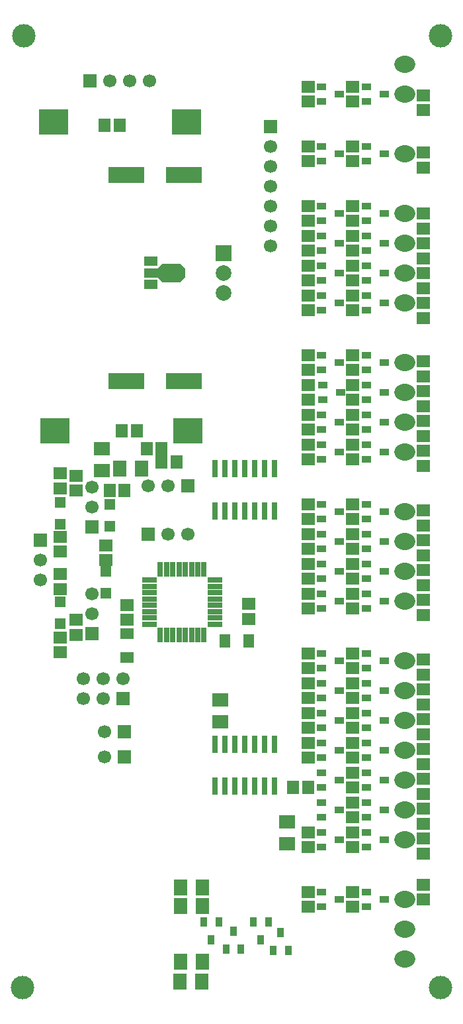
<source format=gbr>
G04 DipTrace 3.3.1.3*
G04 BottomMask.gbr*
%MOIN*%
G04 #@! TF.FileFunction,Soldermask,Bot*
G04 #@! TF.Part,Single*
%AMOUTLINE1*
4,1,10,
-0.104331,0.023622,
-0.035095,0.023622,
-0.011473,0.047244,
0.078402,0.047244,
0.104331,0.021316,
0.104331,-0.021316,
0.078402,-0.047244,
-0.011473,-0.047244,
-0.035095,-0.023622,
-0.104331,-0.023622,
-0.104331,0.023622,
0*%
%AMOUTLINE4*
4,1,20,
0.0,0.043339,
0.016215,0.041284,
0.030941,0.035282,
0.042783,0.025807,
0.050522,0.013657,
0.053226,0.0,
0.050522,-0.013657,
0.042783,-0.025807,
0.030941,-0.035282,
0.016215,-0.041284,
0.0,-0.043339,
-0.016215,-0.041284,
-0.030941,-0.035282,
-0.042783,-0.025807,
-0.050522,-0.013657,
-0.053226,0.0,
-0.050522,0.013657,
-0.042783,0.025807,
-0.030941,0.035282,
-0.016215,0.041284,
0.0,0.043339,
0*%
%ADD44C,0.11811*%
%ADD50C,0.07874*%
%ADD52R,0.07874X0.07874*%
%ADD54R,0.066929X0.047244*%
%ADD56R,0.145669X0.125984*%
%ADD58R,0.031496X0.086614*%
%ADD60R,0.027559X0.074803*%
%ADD62R,0.074803X0.027559*%
%ADD64R,0.07874X0.070866*%
%ADD66R,0.070866X0.07874*%
%ADD68R,0.049213X0.033465*%
%ADD70R,0.033465X0.049213*%
%ADD72R,0.070866X0.055118*%
%ADD74R,0.055118X0.070866*%
%ADD76C,0.066929*%
%ADD78R,0.066929X0.066929*%
%ADD80R,0.055118X0.055118*%
%ADD82R,0.059055X0.066929*%
%ADD84R,0.181102X0.07874*%
%ADD86R,0.066929X0.059055*%
%ADD92OUTLINE1*%
%ADD95OUTLINE4*%
%FSLAX26Y26*%
G04*
G70*
G90*
G75*
G01*
G04 BotMask*
%LPD*%
D86*
X1637451Y2356201D3*
Y2431004D3*
X1024951Y2424950D3*
Y2350147D3*
D84*
X1312449Y4587450D3*
X1021110D3*
D82*
X912451Y4837451D3*
X987255D3*
X999953Y3299950D3*
X1074756D3*
D84*
X1312449Y3549951D3*
X1021110D3*
D86*
X687451Y2693701D3*
Y2768504D3*
Y2581201D3*
Y2506398D3*
X768701Y2349950D3*
Y2275147D3*
Y3074950D3*
Y3000147D3*
D82*
X1274951Y3143701D3*
X1200148D3*
D80*
X687451Y2942668D3*
Y2832432D3*
Y2332235D3*
Y2442471D3*
X937451Y2931201D3*
Y2820965D3*
X918702Y2593701D3*
Y2483465D3*
D44*
X506202Y5287450D3*
X499951Y499950D3*
X2606202Y5287450D3*
Y499951D3*
D78*
X1749951Y4831201D3*
D76*
Y4731201D3*
Y4631201D3*
Y4531201D3*
Y4431201D3*
Y4331201D3*
Y4231201D3*
D78*
X1006202Y1956201D3*
D76*
Y2056201D3*
X906202Y1956201D3*
Y2056201D3*
X806202Y1956201D3*
Y2056201D3*
D78*
X837450Y5062450D3*
D76*
X937450D3*
X1037450D3*
X1137450D3*
D78*
X587453Y2749953D3*
D76*
Y2649953D3*
Y2549953D3*
D78*
X1012451Y1787450D3*
D76*
X912451D3*
D78*
X1012451Y1662450D3*
D76*
X912451D3*
D74*
X1637451Y2243701D3*
X1519341D3*
D72*
X1024951Y2281201D3*
Y2163091D3*
D70*
X1599953Y693702D3*
X1525150D3*
X1562551Y784253D3*
X1662453Y831201D3*
X1737256D3*
X1699854Y740650D3*
X1412453Y831201D3*
X1487256D3*
X1449854Y740650D3*
X1837451Y687450D3*
X1762648D3*
X1800050Y778001D3*
D68*
X2231201Y907235D3*
Y982038D3*
X2321752Y944636D3*
X2006201Y907235D3*
Y982038D3*
X2096752Y944636D3*
X2231201Y1357234D3*
Y1432037D3*
X2321752Y1394635D3*
X2006201Y1357234D3*
Y1432037D3*
X2096752Y1394635D3*
X2231201Y1207235D3*
Y1282038D3*
X2321752Y1244636D3*
X2006201Y1207235D3*
Y1282038D3*
X2096752Y1244636D3*
X2231201Y1507235D3*
Y1582038D3*
X2321752Y1544636D3*
X2006201Y1507235D3*
Y1582038D3*
X2096752Y1544636D3*
X2231201Y1657234D3*
Y1732037D3*
X2321752Y1694635D3*
X2006201Y1657234D3*
Y1732037D3*
X2096752Y1694635D3*
X2231201Y1807235D3*
Y1882038D3*
X2321752Y1844636D3*
X2006201Y1807235D3*
Y1882038D3*
X2096752Y1844636D3*
X2231201Y1957234D3*
Y2032037D3*
X2321752Y1994635D3*
X2006201Y1957234D3*
Y2032037D3*
X2096752Y1994635D3*
X2231201Y2107235D3*
Y2182038D3*
X2321752Y2144636D3*
X2006201Y2107235D3*
Y2182038D3*
X2096752Y2144636D3*
X2231201Y2407235D3*
Y2482038D3*
X2321752Y2444636D3*
X2006201Y2407235D3*
Y2482038D3*
X2096752Y2444636D3*
X2231201Y2557235D3*
Y2632038D3*
X2321752Y2594636D3*
X2006201Y2557235D3*
Y2632038D3*
X2096752Y2594636D3*
X2231201Y2707235D3*
Y2782038D3*
X2321752Y2744636D3*
X2006201Y2707235D3*
Y2782038D3*
X2096752Y2744636D3*
X2231201Y2857235D3*
Y2932038D3*
X2321752Y2894636D3*
X2006201Y2857235D3*
Y2932038D3*
X2096752Y2894636D3*
X2231201Y3157235D3*
Y3232038D3*
X2321752Y3194636D3*
X2006201Y3157235D3*
Y3232038D3*
X2096752Y3194636D3*
X2231201Y3307235D3*
Y3382038D3*
X2321752Y3344636D3*
X2006201Y3307235D3*
Y3382038D3*
X2096752Y3344636D3*
X2231201Y3457235D3*
Y3532038D3*
X2321752Y3494636D3*
X2012451Y3457235D3*
Y3532038D3*
X2103003Y3494636D3*
X2231201Y3607235D3*
Y3682038D3*
X2321752Y3644636D3*
X2006201Y3607235D3*
Y3682038D3*
X2096752Y3644636D3*
X2231201Y4957235D3*
Y5032038D3*
X2321752Y4994636D3*
X2006201Y4957235D3*
Y5032038D3*
X2096752Y4994636D3*
X2231201Y4657235D3*
Y4732038D3*
X2321752Y4694636D3*
X2006201Y4657235D3*
Y4732038D3*
X2096752Y4694636D3*
X2231201Y4357235D3*
Y4432038D3*
X2321752Y4394636D3*
X2006201Y4357235D3*
Y4432038D3*
X2096752Y4394636D3*
X2231201Y4207235D3*
Y4282038D3*
X2321752Y4244636D3*
X2006201Y4207235D3*
Y4282038D3*
X2096752Y4244636D3*
X2231201Y4057235D3*
Y4132038D3*
X2321752Y4094636D3*
X2006201Y4057235D3*
Y4132038D3*
X2096752Y4094636D3*
X2231201Y3907235D3*
Y3982038D3*
X2321752Y3944636D3*
X2006201Y3907235D3*
Y3982038D3*
X2096752Y3944636D3*
D66*
X1406202Y1006201D3*
X1295966D3*
X1292668Y531201D3*
X1402904D3*
X1294735Y912451D3*
X1404971D3*
X1406202Y631201D3*
X1295966D3*
D86*
X2162451Y982235D3*
Y907432D3*
X2518702Y1019735D3*
Y944932D3*
X1937451Y982235D3*
Y907432D3*
X2162451Y1432235D3*
Y1357432D3*
X2518702Y1325986D3*
Y1400789D3*
D64*
X1831202Y1224950D3*
Y1335186D3*
D86*
X2162451Y1282235D3*
Y1207432D3*
X2518701Y1175986D3*
Y1250789D3*
X1937451Y1282235D3*
Y1207432D3*
X2162451Y1582235D3*
Y1507432D3*
X2518702Y1475986D3*
Y1550789D3*
D82*
X1862451Y1507235D3*
X1937255D3*
D86*
X2162451Y1732235D3*
Y1657432D3*
X2518701Y1625986D3*
Y1700789D3*
X1937451Y1732235D3*
Y1657432D3*
X2162451Y1882235D3*
Y1807432D3*
X2518702Y1775986D3*
Y1850789D3*
X1937451Y1882235D3*
Y1807432D3*
X2162451Y2032235D3*
Y1957432D3*
X2518702Y1925986D3*
Y2000789D3*
X1937451Y2032235D3*
Y1957432D3*
X2162451Y2182235D3*
Y2107432D3*
X2518701Y2075986D3*
Y2150789D3*
X1937451Y2182235D3*
Y2107432D3*
X2162451Y2482234D3*
Y2407430D3*
X2518702Y2375986D3*
Y2450789D3*
X1937451Y2482234D3*
Y2407430D3*
X2162451Y2632235D3*
Y2557432D3*
X2518702Y2525986D3*
Y2600789D3*
X1937451Y2632235D3*
Y2557432D3*
X2162451Y2782234D3*
Y2707430D3*
X2518702Y2675986D3*
Y2750789D3*
X1937451Y2782234D3*
Y2707430D3*
X2162451Y2932235D3*
Y2857432D3*
X2518702Y2825986D3*
Y2900789D3*
X1937451Y2932235D3*
Y2857432D3*
X2162451Y3232235D3*
Y3157432D3*
X2518701Y3125986D3*
Y3200789D3*
X1937451Y3232235D3*
Y3157432D3*
X2162451Y3382234D3*
Y3307430D3*
X2518701Y3275986D3*
Y3350789D3*
X1937451Y3382234D3*
Y3307430D3*
X2162451Y3532235D3*
Y3457432D3*
X2518701Y3425986D3*
Y3500789D3*
X1937451Y3532235D3*
Y3457432D3*
X2162451Y3682038D3*
Y3607235D3*
X2518702Y3575986D3*
Y3650789D3*
X1937451Y3682234D3*
Y3607430D3*
X2162451Y5032235D3*
Y4957432D3*
X2518701Y4913486D3*
Y4988289D3*
X1937451Y5032235D3*
Y4957432D3*
X2162451Y4732235D3*
Y4657432D3*
X2518702Y4625986D3*
Y4700789D3*
X1937451Y4732235D3*
Y4657432D3*
X2162451Y4432235D3*
Y4357432D3*
X2518702Y4319735D3*
Y4394538D3*
X1937451Y4432235D3*
Y4357432D3*
X2162451Y4282235D3*
Y4207432D3*
X2518701Y4169735D3*
Y4244538D3*
X1937451Y4282235D3*
Y4207432D3*
X2162451Y4132235D3*
Y4057432D3*
X2518702Y4019735D3*
Y4094538D3*
X1937451Y4132235D3*
Y4057432D3*
X2162451Y3982235D3*
Y3907432D3*
X2518701Y3869735D3*
Y3944538D3*
X1937451Y3982235D3*
Y3907432D3*
D78*
X1131201Y2781201D3*
D76*
X1231201D3*
X1331201D3*
D78*
X1331202Y3024950D3*
D76*
X1231202D3*
X1131202D3*
D78*
X849951Y2281201D3*
D76*
Y2381201D3*
Y2481201D3*
D78*
Y2818702D3*
D76*
Y2918702D3*
Y3018702D3*
D86*
X687451Y3012451D3*
Y3087255D3*
Y2262451D3*
Y2187648D3*
D82*
X937451Y2999951D3*
X1012255D3*
D86*
X918701Y2649951D3*
Y2724755D3*
D82*
X1124951Y3212450D3*
X1199755D3*
D64*
X1493701Y1837450D3*
Y1947686D3*
D66*
X1099951Y3112451D3*
X989715D3*
D64*
X899951Y3212451D3*
Y3102215D3*
D62*
X1468701Y2549951D3*
Y2518455D3*
Y2486959D3*
Y2455463D3*
Y2423967D3*
Y2392471D3*
Y2360975D3*
Y2329479D3*
D60*
X1413583Y2274361D3*
X1382087D3*
X1350591D3*
X1319094D3*
X1287598D3*
X1256102D3*
X1224606D3*
X1193110D3*
D62*
X1137992Y2329479D3*
Y2360975D3*
Y2392471D3*
Y2423967D3*
Y2455463D3*
Y2486959D3*
Y2518455D3*
Y2549951D3*
D60*
X1193110Y2605070D3*
X1224606D3*
X1256102D3*
X1287598D3*
X1319094D3*
X1350591D3*
X1382087D3*
X1413583D3*
D58*
X1468701Y1725984D3*
X1518701D3*
X1568701D3*
X1618701D3*
X1668701D3*
X1718701D3*
X1768701D3*
Y1513386D3*
X1718701D3*
X1668701D3*
X1618701D3*
X1568701D3*
X1518701D3*
X1468701D3*
Y3112450D3*
X1518701D3*
X1568701D3*
X1618701D3*
X1668701D3*
X1718701D3*
X1768701D3*
Y2899852D3*
X1718701D3*
X1668701D3*
X1618701D3*
X1568701D3*
X1518701D3*
X1468701D3*
D56*
X1331202Y3299951D3*
X1324942Y4856211D3*
X662462Y3299951D3*
X656202Y4856211D3*
D54*
X1143702Y4037451D3*
D92*
X1214568Y4096507D3*
D54*
X1143702Y4155562D3*
D52*
X1512453Y4193699D3*
D50*
Y3993699D3*
Y4093699D3*
D95*
X2424951Y644735D3*
Y794735D3*
Y944735D3*
Y1244735D3*
Y1394735D3*
Y1544735D3*
Y1694735D3*
Y1844735D3*
Y1994735D3*
Y2144735D3*
Y2594735D3*
Y2444735D3*
Y2744735D3*
Y2894735D3*
Y3194735D3*
Y3344735D3*
Y3494735D3*
Y3644735D3*
Y3944735D3*
Y4094735D3*
Y4244735D3*
Y4394735D3*
Y4694735D3*
Y4994735D3*
Y5144735D3*
M02*

</source>
